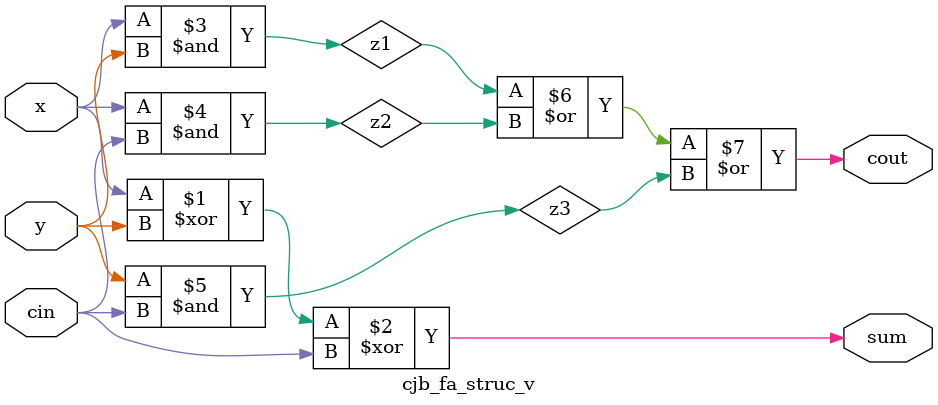
<source format=v>
/***************************************************************************************************
* File Name: cjb_fa_struc_v.v
*
* Description: Structural 1-bit Full Adder
*
* Author: Chris Biancone, October 2021
***************************************************************************************************/

module cjb_fa_struc_v (cin, x, y, sum, cout);

input   cin, x, y;
output  sum, cout;
wire    z1, z2, z3;

  // structural block
  xor (sum, x, y, cin);
  and (z1, x, y);
  and (z2, x, cin);
  and (z3, y, cin);
  or  (cout, z1, z2, z3);

endmodule
</source>
